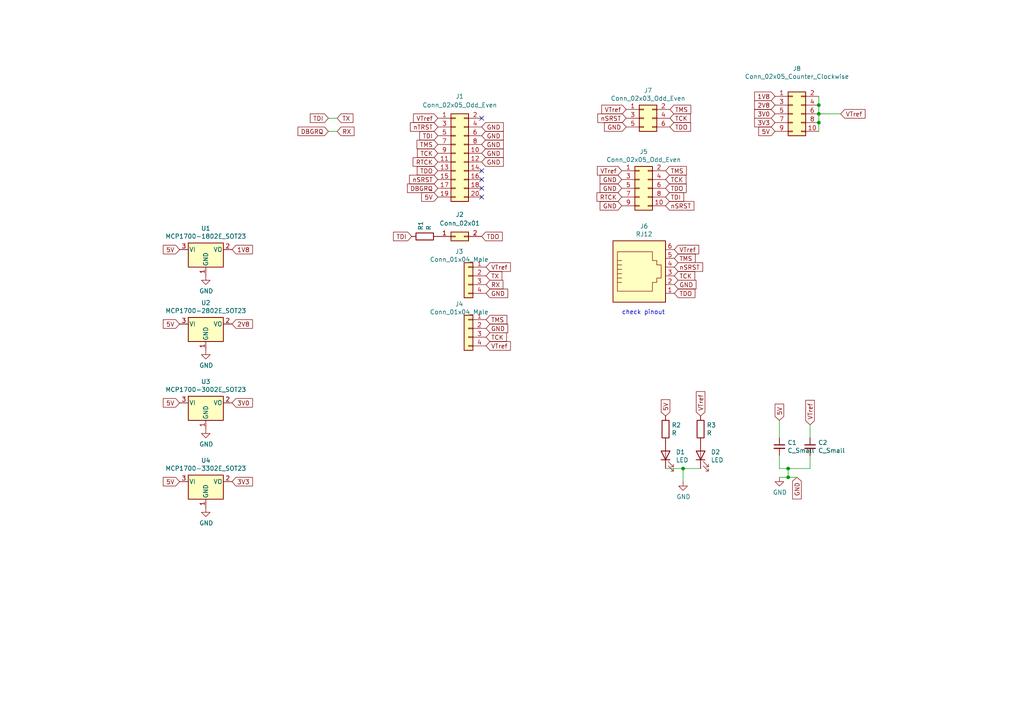
<source format=kicad_sch>
(kicad_sch (version 20211123) (generator eeschema)
  (paper "A4")
  (lib_symbols
    (symbol "Connector:RJ12" (pin_names (offset 1.016))
      (property "Reference" "J" (at -5.08 11.43 0))
      (property "Value" "RJ12" (at 2.54 11.43 0))
      (symbol "RJ12_0_1"
        (polyline (pts (xy -6.35 -1.905) (xy -5.08 -1.905) (xy -5.08 -1.905)))
        (polyline (pts (xy -6.35 -0.635) (xy -5.08 -0.635) (xy -5.08 -0.635)))
        (polyline (pts (xy -6.35 0.635) (xy -5.08 0.635) (xy -5.08 0.635)))
        (polyline (pts (xy -6.35 1.905) (xy -5.08 1.905) (xy -5.08 1.905)))
        (polyline (pts (xy -6.35 3.175) (xy -5.08 3.175) (xy -5.08 3.175)))
        (polyline (pts (xy -5.08 4.445) (xy -6.35 4.445) (xy -6.35 4.445)))
        (polyline (pts (xy -6.35 -4.445) (xy -6.35 6.985) (xy 3.81 6.985) (xy 3.81 4.445) (xy 5.08 4.445) (xy 5.08 3.175) (xy 6.35 3.175) (xy 6.35 -0.635) (xy 5.08 -0.635) (xy 5.08 -1.905) (xy 3.81 -1.905) (xy 3.81 -4.445) (xy -6.35 -4.445) (xy -6.35 -4.445)))
        (rectangle (start 7.62 10.16) (end -7.62 -7.62) (stroke (width 0.254)) (fill (type background)))
      )
      (symbol "RJ12_1_1"
        (pin passive line (at 10.16 -5.08 180) (length 2.54) (name "~") (number "1"))
        (pin passive line (at 10.16 -2.54 180) (length 2.54) (name "~") (number "2"))
        (pin passive line (at 10.16 0 180) (length 2.54) (name "~") (number "3"))
        (pin passive line (at 10.16 2.54 180) (length 2.54) (name "~") (number "4"))
        (pin passive line (at 10.16 5.08 180) (length 2.54) (name "~") (number "5"))
        (pin passive line (at 10.16 7.62 180) (length 2.54) (name "~") (number "6"))
      )
    )
    (symbol "Connector_Generic:Conn_01x04" (pin_names (offset 1.016) hide)
      (property "Reference" "J" (at 0 5.08 0))
      (property "Value" "Conn_01x04" (at 0 -7.62 0))
      (symbol "Conn_01x04_1_1"
        (rectangle (start -1.27 -4.953) (end 0 -5.207) (stroke (width 0.1524)))
        (rectangle (start -1.27 -2.413) (end 0 -2.667) (stroke (width 0.1524)))
        (rectangle (start -1.27 0.127) (end 0 -0.127) (stroke (width 0.1524)))
        (rectangle (start -1.27 2.667) (end 0 2.413) (stroke (width 0.1524)))
        (rectangle (start -1.27 3.81) (end 1.27 -6.35) (stroke (width 0.254)) (fill (type background)))
        (pin passive line (at -5.08 2.54 0) (length 3.81) (name "Pin_1") (number "1"))
        (pin passive line (at -5.08 0 0) (length 3.81) (name "Pin_2") (number "2"))
        (pin passive line (at -5.08 -2.54 0) (length 3.81) (name "Pin_3") (number "3"))
        (pin passive line (at -5.08 -5.08 0) (length 3.81) (name "Pin_4") (number "4"))
      )
    )
    (symbol "Connector_Generic:Conn_02x01" (pin_names (offset 1.016) hide)
      (property "Reference" "J" (at 1.27 2.54 0))
      (property "Value" "Conn_02x01" (at 1.27 -2.54 0))
      (symbol "Conn_02x01_1_1"
        (rectangle (start -1.27 0.127) (end 0 -0.127) (stroke (width 0.1524)))
        (rectangle (start -1.27 1.27) (end 3.81 -1.27) (stroke (width 0.254)) (fill (type background)))
        (rectangle (start 3.81 0.127) (end 2.54 -0.127) (stroke (width 0.1524)))
        (pin passive line (at -5.08 0 0) (length 3.81) (name "Pin_1") (number "1"))
        (pin passive line (at 7.62 0 180) (length 3.81) (name "Pin_2") (number "2"))
      )
    )
    (symbol "Connector_Generic:Conn_02x03_Odd_Even" (pin_names (offset 1.016) hide)
      (property "Reference" "J" (at 1.27 5.08 0))
      (property "Value" "Conn_02x03_Odd_Even" (at 1.27 -5.08 0))
      (symbol "Conn_02x03_Odd_Even_1_1"
        (rectangle (start -1.27 -2.413) (end 0 -2.667) (stroke (width 0.1524)))
        (rectangle (start -1.27 0.127) (end 0 -0.127) (stroke (width 0.1524)))
        (rectangle (start -1.27 2.667) (end 0 2.413) (stroke (width 0.1524)))
        (rectangle (start -1.27 3.81) (end 3.81 -3.81) (stroke (width 0.254)) (fill (type background)))
        (rectangle (start 3.81 -2.413) (end 2.54 -2.667) (stroke (width 0.1524)))
        (rectangle (start 3.81 0.127) (end 2.54 -0.127) (stroke (width 0.1524)))
        (rectangle (start 3.81 2.667) (end 2.54 2.413) (stroke (width 0.1524)))
        (pin passive line (at -5.08 2.54 0) (length 3.81) (name "Pin_1") (number "1"))
        (pin passive line (at 7.62 2.54 180) (length 3.81) (name "Pin_2") (number "2"))
        (pin passive line (at -5.08 0 0) (length 3.81) (name "Pin_3") (number "3"))
        (pin passive line (at 7.62 0 180) (length 3.81) (name "Pin_4") (number "4"))
        (pin passive line (at -5.08 -2.54 0) (length 3.81) (name "Pin_5") (number "5"))
        (pin passive line (at 7.62 -2.54 180) (length 3.81) (name "Pin_6") (number "6"))
      )
    )
    (symbol "Connector_Generic:Conn_02x05_Odd_Even" (pin_names (offset 1.016) hide)
      (property "Reference" "J" (at 1.27 7.62 0))
      (property "Value" "Conn_02x05_Odd_Even" (at 1.27 -7.62 0))
      (symbol "Conn_02x05_Odd_Even_1_1"
        (rectangle (start -1.27 -4.953) (end 0 -5.207) (stroke (width 0.1524)))
        (rectangle (start -1.27 -2.413) (end 0 -2.667) (stroke (width 0.1524)))
        (rectangle (start -1.27 0.127) (end 0 -0.127) (stroke (width 0.1524)))
        (rectangle (start -1.27 2.667) (end 0 2.413) (stroke (width 0.1524)))
        (rectangle (start -1.27 5.207) (end 0 4.953) (stroke (width 0.1524)))
        (rectangle (start -1.27 6.35) (end 3.81 -6.35) (stroke (width 0.254)) (fill (type background)))
        (rectangle (start 3.81 -4.953) (end 2.54 -5.207) (stroke (width 0.1524)))
        (rectangle (start 3.81 -2.413) (end 2.54 -2.667) (stroke (width 0.1524)))
        (rectangle (start 3.81 0.127) (end 2.54 -0.127) (stroke (width 0.1524)))
        (rectangle (start 3.81 2.667) (end 2.54 2.413) (stroke (width 0.1524)))
        (rectangle (start 3.81 5.207) (end 2.54 4.953) (stroke (width 0.1524)))
        (pin passive line (at -5.08 5.08 0) (length 3.81) (name "Pin_1") (number "1"))
        (pin passive line (at 7.62 -5.08 180) (length 3.81) (name "Pin_10") (number "10"))
        (pin passive line (at 7.62 5.08 180) (length 3.81) (name "Pin_2") (number "2"))
        (pin passive line (at -5.08 2.54 0) (length 3.81) (name "Pin_3") (number "3"))
        (pin passive line (at 7.62 2.54 180) (length 3.81) (name "Pin_4") (number "4"))
        (pin passive line (at -5.08 0 0) (length 3.81) (name "Pin_5") (number "5"))
        (pin passive line (at 7.62 0 180) (length 3.81) (name "Pin_6") (number "6"))
        (pin passive line (at -5.08 -2.54 0) (length 3.81) (name "Pin_7") (number "7"))
        (pin passive line (at 7.62 -2.54 180) (length 3.81) (name "Pin_8") (number "8"))
        (pin passive line (at -5.08 -5.08 0) (length 3.81) (name "Pin_9") (number "9"))
      )
    )
    (symbol "Connector_Generic:Conn_02x10_Odd_Even" (pin_names (offset 1.016) hide)
      (property "Reference" "J" (at 1.27 12.7 0))
      (property "Value" "Conn_02x10_Odd_Even" (at 1.27 -15.24 0))
      (symbol "Conn_02x10_Odd_Even_1_1"
        (rectangle (start -1.27 -12.573) (end 0 -12.827) (stroke (width 0.1524)))
        (rectangle (start -1.27 -10.033) (end 0 -10.287) (stroke (width 0.1524)))
        (rectangle (start -1.27 -7.493) (end 0 -7.747) (stroke (width 0.1524)))
        (rectangle (start -1.27 -4.953) (end 0 -5.207) (stroke (width 0.1524)))
        (rectangle (start -1.27 -2.413) (end 0 -2.667) (stroke (width 0.1524)))
        (rectangle (start -1.27 0.127) (end 0 -0.127) (stroke (width 0.1524)))
        (rectangle (start -1.27 2.667) (end 0 2.413) (stroke (width 0.1524)))
        (rectangle (start -1.27 5.207) (end 0 4.953) (stroke (width 0.1524)))
        (rectangle (start -1.27 7.747) (end 0 7.493) (stroke (width 0.1524)))
        (rectangle (start -1.27 10.287) (end 0 10.033) (stroke (width 0.1524)))
        (rectangle (start -1.27 11.43) (end 3.81 -13.97) (stroke (width 0.254)) (fill (type background)))
        (rectangle (start 3.81 -12.573) (end 2.54 -12.827) (stroke (width 0.1524)))
        (rectangle (start 3.81 -10.033) (end 2.54 -10.287) (stroke (width 0.1524)))
        (rectangle (start 3.81 -7.493) (end 2.54 -7.747) (stroke (width 0.1524)))
        (rectangle (start 3.81 -4.953) (end 2.54 -5.207) (stroke (width 0.1524)))
        (rectangle (start 3.81 -2.413) (end 2.54 -2.667) (stroke (width 0.1524)))
        (rectangle (start 3.81 0.127) (end 2.54 -0.127) (stroke (width 0.1524)))
        (rectangle (start 3.81 2.667) (end 2.54 2.413) (stroke (width 0.1524)))
        (rectangle (start 3.81 5.207) (end 2.54 4.953) (stroke (width 0.1524)))
        (rectangle (start 3.81 7.747) (end 2.54 7.493) (stroke (width 0.1524)))
        (rectangle (start 3.81 10.287) (end 2.54 10.033) (stroke (width 0.1524)))
        (pin passive line (at -5.08 10.16 0) (length 3.81) (name "Pin_1") (number "1"))
        (pin passive line (at 7.62 0 180) (length 3.81) (name "Pin_10") (number "10"))
        (pin passive line (at -5.08 -2.54 0) (length 3.81) (name "Pin_11") (number "11"))
        (pin passive line (at 7.62 -2.54 180) (length 3.81) (name "Pin_12") (number "12"))
        (pin passive line (at -5.08 -5.08 0) (length 3.81) (name "Pin_13") (number "13"))
        (pin passive line (at 7.62 -5.08 180) (length 3.81) (name "Pin_14") (number "14"))
        (pin passive line (at -5.08 -7.62 0) (length 3.81) (name "Pin_15") (number "15"))
        (pin passive line (at 7.62 -7.62 180) (length 3.81) (name "Pin_16") (number "16"))
        (pin passive line (at -5.08 -10.16 0) (length 3.81) (name "Pin_17") (number "17"))
        (pin passive line (at 7.62 -10.16 180) (length 3.81) (name "Pin_18") (number "18"))
        (pin passive line (at -5.08 -12.7 0) (length 3.81) (name "Pin_19") (number "19"))
        (pin passive line (at 7.62 10.16 180) (length 3.81) (name "Pin_2") (number "2"))
        (pin passive line (at 7.62 -12.7 180) (length 3.81) (name "Pin_20") (number "20"))
        (pin passive line (at -5.08 7.62 0) (length 3.81) (name "Pin_3") (number "3"))
        (pin passive line (at 7.62 7.62 180) (length 3.81) (name "Pin_4") (number "4"))
        (pin passive line (at -5.08 5.08 0) (length 3.81) (name "Pin_5") (number "5"))
        (pin passive line (at 7.62 5.08 180) (length 3.81) (name "Pin_6") (number "6"))
        (pin passive line (at -5.08 2.54 0) (length 3.81) (name "Pin_7") (number "7"))
        (pin passive line (at 7.62 2.54 180) (length 3.81) (name "Pin_8") (number "8"))
        (pin passive line (at -5.08 0 0) (length 3.81) (name "Pin_9") (number "9"))
      )
    )
    (symbol "Device:C_Small" (pin_numbers hide) (pin_names (offset 0.254) hide)
      (property "Reference" "C" (at 0.254 1.778 0))
      (property "Value" "C_Small" (at 0.254 -2.032 0))
      (symbol "C_Small_0_1"
        (polyline (pts (xy -1.524 -0.508) (xy 1.524 -0.508)) (stroke (width 0.3302)))
        (polyline (pts (xy -1.524 0.508) (xy 1.524 0.508)) (stroke (width 0.3048)))
      )
      (symbol "C_Small_1_1"
        (pin passive line (at 0 2.54 270) (length 2.032) (name "~") (number "1"))
        (pin passive line (at 0 -2.54 90) (length 2.032) (name "~") (number "2"))
      )
    )
    (symbol "Device:LED" (pin_numbers hide) (pin_names (offset 1.016) hide)
      (property "Reference" "D" (at 0 2.54 0))
      (property "Value" "LED" (at 0 -2.54 0))
      (symbol "LED_0_1"
        (polyline (pts (xy -1.27 -1.27) (xy -1.27 1.27)) (stroke (width 0.254)))
        (polyline (pts (xy -1.27 0) (xy 1.27 0)))
        (polyline (pts (xy 1.27 -1.27) (xy 1.27 1.27) (xy -1.27 0) (xy 1.27 -1.27)) (stroke (width 0.254)))
        (polyline (pts (xy -3.048 -0.762) (xy -4.572 -2.286) (xy -3.81 -2.286) (xy -4.572 -2.286) (xy -4.572 -1.524)))
        (polyline (pts (xy -1.778 -0.762) (xy -3.302 -2.286) (xy -2.54 -2.286) (xy -3.302 -2.286) (xy -3.302 -1.524)))
      )
      (symbol "LED_1_1"
        (pin passive line (at -3.81 0 0) (length 2.54) (name "K") (number "1"))
        (pin passive line (at 3.81 0 180) (length 2.54) (name "A") (number "2"))
      )
    )
    (symbol "Device:R" (pin_numbers hide) (pin_names (offset 0))
      (property "Reference" "R" (at 2.032 0 90))
      (property "Value" "R" (at 0 0 90))
      (symbol "R_0_1"
        (rectangle (start -1.016 -2.54) (end 1.016 2.54) (stroke (width 0.254)))
      )
      (symbol "R_1_1"
        (pin passive line (at 0 3.81 270) (length 1.27) (name "~") (number "1"))
        (pin passive line (at 0 -3.81 90) (length 1.27) (name "~") (number "2"))
      )
    )
    (symbol "Regulator_Linear:MCP1700-1802E_SOT23" (pin_names (offset 0.254))
      (property "Reference" "U" (at -3.81 3.175 0))
      (property "Value" "MCP1700-1802E_SOT23" (at 0 3.175 0))
      (symbol "MCP1700-1802E_SOT23_0_1"
        (rectangle (start -5.08 1.905) (end 5.08 -5.08) (stroke (width 0.254)) (fill (type background)))
      )
      (symbol "MCP1700-1802E_SOT23_1_1"
        (pin power_in line (at 0 -7.62 90) (length 2.54) (name "GND") (number "1"))
        (pin power_out line (at 7.62 0 180) (length 2.54) (name "VO") (number "2"))
        (pin power_in line (at -7.62 0 0) (length 2.54) (name "VI") (number "3"))
      )
    )
    (symbol "Regulator_Linear:MCP1700-2802E_SOT23" (pin_names (offset 0.254))
      (property "Reference" "U" (at -3.81 3.175 0))
      (property "Value" "MCP1700-2802E_SOT23" (at 0 3.175 0))
      (symbol "MCP1700-2802E_SOT23_0_1"
        (rectangle (start -5.08 1.905) (end 5.08 -5.08) (stroke (width 0.254)) (fill (type background)))
      )
      (symbol "MCP1700-2802E_SOT23_1_1"
        (pin power_in line (at 0 -7.62 90) (length 2.54) (name "GND") (number "1"))
        (pin power_out line (at 7.62 0 180) (length 2.54) (name "VO") (number "2"))
        (pin power_in line (at -7.62 0 0) (length 2.54) (name "VI") (number "3"))
      )
    )
    (symbol "Regulator_Linear:MCP1700-3002E_SOT23" (pin_names (offset 0.254))
      (property "Reference" "U" (at -3.81 3.175 0))
      (property "Value" "MCP1700-3002E_SOT23" (at 0 3.175 0))
      (symbol "MCP1700-3002E_SOT23_0_1"
        (rectangle (start -5.08 1.905) (end 5.08 -5.08) (stroke (width 0.254)) (fill (type background)))
      )
      (symbol "MCP1700-3002E_SOT23_1_1"
        (pin power_in line (at 0 -7.62 90) (length 2.54) (name "GND") (number "1"))
        (pin power_out line (at 7.62 0 180) (length 2.54) (name "VO") (number "2"))
        (pin power_in line (at -7.62 0 0) (length 2.54) (name "VI") (number "3"))
      )
    )
    (symbol "Regulator_Linear:MCP1700-3302E_SOT23" (pin_names (offset 0.254))
      (property "Reference" "U" (at -3.81 3.175 0))
      (property "Value" "MCP1700-3302E_SOT23" (at 0 3.175 0))
      (symbol "MCP1700-3302E_SOT23_0_1"
        (rectangle (start -5.08 1.905) (end 5.08 -5.08) (stroke (width 0.254)) (fill (type background)))
      )
      (symbol "MCP1700-3302E_SOT23_1_1"
        (pin power_in line (at 0 -7.62 90) (length 2.54) (name "GND") (number "1"))
        (pin power_out line (at 7.62 0 180) (length 2.54) (name "VO") (number "2"))
        (pin power_in line (at -7.62 0 0) (length 2.54) (name "VI") (number "3"))
      )
    )
    (symbol "power:GND" (power) (pin_names (offset 0))
      (property "Value" "GND" (at 0 -3.81 0))
      (symbol "GND_0_1"
        (polyline (pts (xy 0 0) (xy 0 -1.27) (xy 1.27 -1.27) (xy 0 -2.54) (xy -1.27 -1.27) (xy 0 -1.27)))
      )
      (symbol "GND_1_1"
        (pin power_in line (at 0 0 270) (length 0) hide (name "GND") (number "1"))
      )
    )
  )
  (junction (at 237.49 30.48))
  (junction (at 228.6 135.89))
  (junction (at 237.49 35.56))
  (junction (at 237.49 33.02))
  (junction (at 228.6 138.43))
  (junction (at 198.12 135.89))
  (no_connect (at 139.7 34.29))
  (no_connect (at 139.7 54.61))
  (no_connect (at 139.7 49.53))
  (no_connect (at 139.7 57.15))
  (no_connect (at 139.7 52.07))
  (wire (pts (xy 234.95 123.19) (xy 234.95 127)))
  (wire (pts (xy 237.49 33.02) (xy 237.49 30.48)))
  (wire (pts (xy 237.49 35.56) (xy 237.49 33.02)))
  (wire (pts (xy 97.79 38.1) (xy 95.25 38.1)))
  (wire (pts (xy 228.6 138.43) (xy 228.6 135.89)))
  (wire (pts (xy 97.79 34.29) (xy 95.25 34.29)))
  (wire (pts (xy 226.06 135.89) (xy 228.6 135.89)))
  (wire (pts (xy 234.95 135.89) (xy 228.6 135.89)))
  (wire (pts (xy 226.06 127) (xy 226.06 121.92)))
  (wire (pts (xy 237.49 35.56) (xy 237.49 38.1)))
  (wire (pts (xy 231.14 138.43) (xy 228.6 138.43)))
  (wire (pts (xy 243.84 33.02) (xy 237.49 33.02)))
  (wire (pts (xy 226.06 132.08) (xy 226.06 135.89)))
  (wire (pts (xy 234.95 132.08) (xy 234.95 135.89)))
  (wire (pts (xy 198.12 135.89) (xy 203.2 135.89)))
  (wire (pts (xy 198.12 139.7) (xy 198.12 135.89)))
  (wire (pts (xy 193.04 135.89) (xy 198.12 135.89)))
  (wire (pts (xy 237.49 30.48) (xy 237.49 27.94)))
  (wire (pts (xy 228.6 138.43) (xy 226.06 138.43)))
  (text "check pinout" (at 180.34 91.44 0) (effects (font (size 1.27 1.27)) (justify left bottom)))
  (global_label "GND" (shape input) (at 139.7 39.37 0) (property "Intersheet-verwijzingen" "${INTERSHEET_REFS}" (effects hide)))
  (global_label "GND" (shape input) (at 180.34 59.69 180) (property "Intersheet-verwijzingen" "${INTERSHEET_REFS}" (effects hide)))
  (global_label "nSRST" (shape input) (at 195.58 77.47 0) (property "Intersheet-verwijzingen" "${INTERSHEET_REFS}" (effects hide)))
  (global_label "nSRST" (shape input) (at 127 52.07 180) (property "Intersheet-verwijzingen" "${INTERSHEET_REFS}" (effects hide)))
  (global_label "GND" (shape input) (at 139.7 44.45 0) (property "Intersheet-verwijzingen" "${INTERSHEET_REFS}" (effects hide)))
  (global_label "3V3" (shape input) (at 67.31 139.7 0) (property "Intersheet-verwijzingen" "${INTERSHEET_REFS}" (effects hide)))
  (global_label "TMS" (shape input) (at 193.04 49.53 0) (property "Intersheet-verwijzingen" "${INTERSHEET_REFS}" (effects hide)))
  (global_label "5V" (shape input) (at 226.06 121.92 90) (property "Intersheet-verwijzingen" "${INTERSHEET_REFS}" (effects hide)))
  (global_label "VTref" (shape input) (at 195.58 72.39 0) (property "Intersheet-verwijzingen" "${INTERSHEET_REFS}" (effects hide)))
  (global_label "TCK" (shape input) (at 140.97 97.79 0) (property "Intersheet-verwijzingen" "${INTERSHEET_REFS}" (effects hide)))
  (global_label "5V" (shape input) (at 224.79 38.1 180) (property "Intersheet-verwijzingen" "${INTERSHEET_REFS}" (effects hide)))
  (global_label "TDO" (shape input) (at 139.7 68.58 0) (property "Intersheet-verwijzingen" "${INTERSHEET_REFS}" (effects hide)))
  (global_label "TCK" (shape input) (at 195.58 80.01 0) (property "Intersheet-verwijzingen" "${INTERSHEET_REFS}" (effects hide)))
  (global_label "GND" (shape input) (at 195.58 82.55 0) (property "Intersheet-verwijzingen" "${INTERSHEET_REFS}" (effects hide)))
  (global_label "1V8" (shape input) (at 224.79 27.94 180) (property "Intersheet-verwijzingen" "${INTERSHEET_REFS}" (effects hide)))
  (global_label "TMS" (shape input) (at 140.97 92.71 0) (property "Intersheet-verwijzingen" "${INTERSHEET_REFS}" (effects hide)))
  (global_label "GND" (shape input) (at 180.34 52.07 180) (property "Intersheet-verwijzingen" "${INTERSHEET_REFS}" (effects hide)))
  (global_label "VTref" (shape input) (at 140.97 100.33 0) (property "Intersheet-verwijzingen" "${INTERSHEET_REFS}" (effects hide)))
  (global_label "3V0" (shape input) (at 224.79 33.02 180) (property "Intersheet-verwijzingen" "${INTERSHEET_REFS}" (effects hide)))
  (global_label "nSRST" (shape input) (at 193.04 59.69 0) (property "Intersheet-verwijzingen" "${INTERSHEET_REFS}" (effects hide)))
  (global_label "TDO" (shape input) (at 195.58 85.09 0) (property "Intersheet-verwijzingen" "${INTERSHEET_REFS}" (effects hide)))
  (global_label "5V" (shape input) (at 52.07 116.84 180) (property "Intersheet-verwijzingen" "${INTERSHEET_REFS}" (effects hide)))
  (global_label "2V8" (shape input) (at 224.79 30.48 180) (property "Intersheet-verwijzingen" "${INTERSHEET_REFS}" (effects hide)))
  (global_label "TDI" (shape input) (at 127 39.37 180) (property "Intersheet-verwijzingen" "${INTERSHEET_REFS}" (effects hide)))
  (global_label "5V" (shape input) (at 52.07 93.98 180) (property "Intersheet-verwijzingen" "${INTERSHEET_REFS}" (effects hide)))
  (global_label "nTRST" (shape input) (at 127 36.83 180) (property "Intersheet-verwijzingen" "${INTERSHEET_REFS}" (effects hide)))
  (global_label "GND" (shape input) (at 139.7 46.99 0) (property "Intersheet-verwijzingen" "${INTERSHEET_REFS}" (effects hide)))
  (global_label "RTCK" (shape input) (at 127 46.99 180) (property "Intersheet-verwijzingen" "${INTERSHEET_REFS}" (effects hide)))
  (global_label "RTCK" (shape input) (at 180.34 57.15 180) (property "Intersheet-verwijzingen" "${INTERSHEET_REFS}" (effects hide)))
  (global_label "TX" (shape input) (at 97.79 34.29 0) (property "Intersheet-verwijzingen" "${INTERSHEET_REFS}" (effects hide)))
  (global_label "1V8" (shape input) (at 67.31 72.39 0) (property "Intersheet-verwijzingen" "${INTERSHEET_REFS}" (effects hide)))
  (global_label "GND" (shape input) (at 140.97 85.09 0) (property "Intersheet-verwijzingen" "${INTERSHEET_REFS}" (effects hide)))
  (global_label "TDO" (shape input) (at 194.31 36.83 0) (property "Intersheet-verwijzingen" "${INTERSHEET_REFS}" (effects hide)))
  (global_label "5V" (shape input) (at 193.04 120.65 90) (property "Intersheet-verwijzingen" "${INTERSHEET_REFS}" (effects hide)))
  (global_label "GND" (shape input) (at 139.7 41.91 0) (property "Intersheet-verwijzingen" "${INTERSHEET_REFS}" (effects hide)))
  (global_label "GND" (shape input) (at 140.97 95.25 0) (property "Intersheet-verwijzingen" "${INTERSHEET_REFS}" (effects hide)))
  (global_label "VTref" (shape input) (at 234.95 123.19 90) (property "Intersheet-verwijzingen" "${INTERSHEET_REFS}" (effects hide)))
  (global_label "nSRST" (shape input) (at 181.61 34.29 180) (property "Intersheet-verwijzingen" "${INTERSHEET_REFS}" (effects hide)))
  (global_label "5V" (shape input) (at 52.07 72.39 180) (property "Intersheet-verwijzingen" "${INTERSHEET_REFS}" (effects hide)))
  (global_label "GND" (shape input) (at 181.61 36.83 180) (property "Intersheet-verwijzingen" "${INTERSHEET_REFS}" (effects hide)))
  (global_label "VTref" (shape input) (at 203.2 120.65 90) (property "Intersheet-verwijzingen" "${INTERSHEET_REFS}" (effects hide)))
  (global_label "TDO" (shape input) (at 127 49.53 180) (property "Intersheet-verwijzingen" "${INTERSHEET_REFS}" (effects hide)))
  (global_label "GND" (shape input) (at 231.14 138.43 270) (property "Intersheet-verwijzingen" "${INTERSHEET_REFS}" (effects hide)))
  (global_label "GND" (shape input) (at 180.34 54.61 180) (property "Intersheet-verwijzingen" "${INTERSHEET_REFS}" (effects hide)))
  (global_label "TCK" (shape input) (at 193.04 52.07 0) (property "Intersheet-verwijzingen" "${INTERSHEET_REFS}" (effects hide)))
  (global_label "TMS" (shape input) (at 195.58 74.93 0) (property "Intersheet-verwijzingen" "${INTERSHEET_REFS}" (effects hide)))
  (global_label "GND" (shape input) (at 139.7 36.83 0) (property "Intersheet-verwijzingen" "${INTERSHEET_REFS}" (effects hide)))
  (global_label "RX" (shape input) (at 140.97 82.55 0) (property "Intersheet-verwijzingen" "${INTERSHEET_REFS}" (effects hide)))
  (global_label "TMS" (shape input) (at 127 41.91 180) (property "Intersheet-verwijzingen" "${INTERSHEET_REFS}" (effects hide)))
  (global_label "TDI" (shape input) (at 119.38 68.58 180) (property "Intersheet-verwijzingen" "${INTERSHEET_REFS}" (effects hide)))
  (global_label "2V8" (shape input) (at 67.31 93.98 0) (property "Intersheet-verwijzingen" "${INTERSHEET_REFS}" (effects hide)))
  (global_label "VTref" (shape input) (at 181.61 31.75 180) (property "Intersheet-verwijzingen" "${INTERSHEET_REFS}" (effects hide)))
  (global_label "5V" (shape input) (at 127 57.15 180) (property "Intersheet-verwijzingen" "${INTERSHEET_REFS}" (effects hide)))
  (global_label "VTref" (shape input) (at 127 34.29 180) (property "Intersheet-verwijzingen" "${INTERSHEET_REFS}" (effects hide)))
  (global_label "RX" (shape input) (at 97.79 38.1 0) (property "Intersheet-verwijzingen" "${INTERSHEET_REFS}" (effects hide)))
  (global_label "TMS" (shape input) (at 194.31 31.75 0) (property "Intersheet-verwijzingen" "${INTERSHEET_REFS}" (effects hide)))
  (global_label "TDI" (shape input) (at 95.25 34.29 180) (property "Intersheet-verwijzingen" "${INTERSHEET_REFS}" (effects hide)))
  (global_label "TDI" (shape input) (at 193.04 57.15 0) (property "Intersheet-verwijzingen" "${INTERSHEET_REFS}" (effects hide)))
  (global_label "TX" (shape input) (at 140.97 80.01 0) (property "Intersheet-verwijzingen" "${INTERSHEET_REFS}" (effects hide)))
  (global_label "VTref" (shape input) (at 180.34 49.53 180) (property "Intersheet-verwijzingen" "${INTERSHEET_REFS}" (effects hide)))
  (global_label "3V3" (shape input) (at 224.79 35.56 180) (property "Intersheet-verwijzingen" "${INTERSHEET_REFS}" (effects hide)))
  (global_label "5V" (shape input) (at 52.07 139.7 180) (property "Intersheet-verwijzingen" "${INTERSHEET_REFS}" (effects hide)))
  (global_label "VTref" (shape input) (at 140.97 77.47 0) (property "Intersheet-verwijzingen" "${INTERSHEET_REFS}" (effects hide)))
  (global_label "TCK" (shape input) (at 127 44.45 180) (property "Intersheet-verwijzingen" "${INTERSHEET_REFS}" (effects hide)))
  (global_label "TCK" (shape input) (at 194.31 34.29 0) (property "Intersheet-verwijzingen" "${INTERSHEET_REFS}" (effects hide)))
  (global_label "DBGRQ" (shape input) (at 127 54.61 180) (property "Intersheet-verwijzingen" "${INTERSHEET_REFS}" (effects hide)))
  (global_label "DBGRQ" (shape input) (at 95.25 38.1 180) (property "Intersheet-verwijzingen" "${INTERSHEET_REFS}" (effects hide)))
  (global_label "VTref" (shape input) (at 243.84 33.02 0) (property "Intersheet-verwijzingen" "${INTERSHEET_REFS}" (effects hide)))
  (global_label "3V0" (shape input) (at 67.31 116.84 0) (property "Intersheet-verwijzingen" "${INTERSHEET_REFS}" (effects hide)))
  (global_label "TDO" (shape input) (at 193.04 54.61 0) (property "Intersheet-verwijzingen" "${INTERSHEET_REFS}" (effects hide)))
  (symbol (lib_id "Connector_Generic:Conn_02x05_Odd_Even") (at 229.87 33.02 0) (unit 1)
    (property "Reference" "J8" (at 231.14 19.8882 0))
    (property "Value" "Conn_02x05_Counter_Clockwise" (at 231.14 22.1996 0))
    (property "Footprint" "Connector_PinHeader_2.54mm:PinHeader_2x05_P2.54mm_Vertical" (effects hide))
  )
  (symbol (lib_id "power:GND") (at 226.06 138.43 0) (unit 1)
    (property "Reference" "#PWR06" (effects hide))
    (property "Value" "GND" (at 226.187 142.8242 0))
  )
  (symbol (lib_id "Connector:RJ12") (at 185.42 80.01 0) (unit 1)
    (property "Reference" "J6" (at 186.817 65.6082 0))
    (property "Value" "RJ12" (at 186.817 67.9196 0))
    (property "Footprint" "AvS_Connector:RJ11" (effects hide))
  )
  (symbol (lib_id "Device:C_Small") (at 234.95 129.54 0) (unit 1)
    (property "Reference" "C2" (at 237.2868 128.3716 0) (effects (justify left)))
    (property "Value" "C_Small" (at 237.2868 130.683 0) (effects (justify left)))
    (property "Footprint" "Capacitor_SMD:C_0805_2012Metric_Pad1.18x1.45mm_HandSolder" (effects hide))
  )
  (symbol (lib_id "Device:C_Small") (at 226.06 129.54 0) (unit 1)
    (property "Reference" "C1" (at 228.3968 128.3716 0) (effects (justify left)))
    (property "Value" "C_Small" (at 228.3968 130.683 0) (effects (justify left)))
    (property "Footprint" "Capacitor_SMD:C_0805_2012Metric_Pad1.18x1.45mm_HandSolder" (effects hide))
  )
  (symbol (lib_id "Connector_Generic:Conn_01x04") (at 135.89 80.01 0) (mirror y) (unit 1)
    (property "Reference" "J3" (at 133.1976 72.9488 0))
    (property "Value" "Conn_01x04_Male" (at 133.1976 75.2602 0))
    (property "Footprint" "Connector_PinHeader_2.54mm:PinHeader_1x04_P2.54mm_Vertical" (effects hide))
  )
  (symbol (lib_id "Device:LED") (at 193.04 132.08 90) (unit 1)
    (property "Reference" "D1" (at 196.0118 131.1148 90) (effects (justify right)))
    (property "Value" "LED" (at 196.0118 133.4262 90) (effects (justify right)))
    (property "Footprint" "LED_SMD:LED_0805_2012Metric_Pad1.15x1.40mm_HandSolder" (effects hide))
  )
  (symbol (lib_id "Device:LED") (at 203.2 132.08 90) (unit 1)
    (property "Reference" "D2" (at 206.1718 131.1148 90) (effects (justify right)))
    (property "Value" "LED" (at 206.1718 133.4262 90) (effects (justify right)))
    (property "Footprint" "LED_SMD:LED_0805_2012Metric_Pad1.15x1.40mm_HandSolder" (effects hide))
  )
  (symbol (lib_id "power:GND") (at 198.12 139.7 0) (unit 1)
    (property "Reference" "#PWR05" (effects hide))
    (property "Value" "GND" (at 198.247 144.0942 0))
  )
  (symbol (lib_id "Device:R") (at 193.04 124.46 0) (unit 1)
    (property "Reference" "R2" (at 194.818 123.2916 0) (effects (justify left)))
    (property "Value" "R" (at 194.818 125.603 0) (effects (justify left)))
    (property "Footprint" "Resistor_SMD:R_0805_2012Metric_Pad1.20x1.40mm_HandSolder" (effects hide))
  )
  (symbol (lib_id "Device:R") (at 203.2 124.46 0) (unit 1)
    (property "Reference" "R3" (at 204.978 123.2916 0) (effects (justify left)))
    (property "Value" "R" (at 204.978 125.603 0) (effects (justify left)))
    (property "Footprint" "Resistor_SMD:R_0805_2012Metric_Pad1.20x1.40mm_HandSolder" (effects hide))
  )
  (symbol (lib_id "Connector_Generic:Conn_01x04") (at 135.89 95.25 0) (mirror y) (unit 1)
    (property "Reference" "J4" (at 133.1976 88.1888 0))
    (property "Value" "Conn_01x04_Male" (at 133.1976 90.5002 0))
    (property "Footprint" "Connector_PinHeader_2.54mm:PinHeader_1x04_P2.54mm_Vertical" (effects hide))
  )
  (symbol (lib_id "Connector_Generic:Conn_02x03_Odd_Even") (at 186.69 34.29 0) (unit 1)
    (property "Reference" "J7" (at 187.96 26.2382 0))
    (property "Value" "Conn_02x03_Odd_Even" (at 187.96 28.5496 0))
    (property "Footprint" "Connector_PinHeader_2.54mm:PinHeader_2x03_P2.54mm_Vertical" (effects hide))
  )
  (symbol (lib_id "Connector_Generic:Conn_02x10_Odd_Even") (at 132.08 44.45 0) (unit 1)
    (property "Reference" "J1" (at 133.35 27.94 0))
    (property "Value" "Conn_02x05_Odd_Even" (at 133.35 30.48 0))
    (property "Footprint" "Connector_PinSocket_2.54mm:PinSocket_2x10_P2.54mm_Horizontal" (effects hide))
  )
  (symbol (lib_id "Connector_Generic:Conn_02x05_Odd_Even") (at 185.42 54.61 0) (unit 1)
    (property "Reference" "J5" (at 186.69 44.0182 0))
    (property "Value" "Conn_02x05_Odd_Even" (at 186.69 46.3296 0))
    (property "Footprint" "Connector_PinHeader_1.27mm:PinHeader_2x05_P1.27mm_Vertical" (effects hide))
  )
  (symbol (lib_id "Regulator_Linear:MCP1700-1802E_SOT23") (at 59.69 72.39 0) (unit 1)
    (property "Reference" "U1" (at 59.69 66.2432 0))
    (property "Value" "MCP1700-1802E_SOT23" (at 59.69 68.5546 0))
    (property "Footprint" "Package_TO_SOT_SMD:SOT-23" (effects hide))
    (property "Datasheet" "http://ww1.microchip.com/downloads/en/DeviceDoc/20001826C.pdf" (effects hide))
  )
  (symbol (lib_id "Regulator_Linear:MCP1700-2802E_SOT23") (at 59.69 93.98 0) (unit 1)
    (property "Reference" "U2" (at 59.69 87.8332 0))
    (property "Value" "MCP1700-2802E_SOT23" (at 59.69 90.1446 0))
    (property "Footprint" "Package_TO_SOT_SMD:SOT-23" (effects hide))
    (property "Datasheet" "http://ww1.microchip.com/downloads/en/DeviceDoc/20001826C.pdf" (effects hide))
  )
  (symbol (lib_id "Regulator_Linear:MCP1700-3002E_SOT23") (at 59.69 116.84 0) (unit 1)
    (property "Reference" "U3" (at 59.69 110.6932 0))
    (property "Value" "MCP1700-3002E_SOT23" (at 59.69 113.0046 0))
    (property "Footprint" "Package_TO_SOT_SMD:SOT-23" (effects hide))
    (property "Datasheet" "http://ww1.microchip.com/downloads/en/DeviceDoc/20001826C.pdf" (effects hide))
  )
  (symbol (lib_id "Regulator_Linear:MCP1700-3302E_SOT23") (at 59.69 139.7 0) (unit 1)
    (property "Reference" "U4" (at 59.69 133.5532 0))
    (property "Value" "MCP1700-3302E_SOT23" (at 59.69 135.8646 0))
    (property "Footprint" "Package_TO_SOT_SMD:SOT-23" (effects hide))
    (property "Datasheet" "http://ww1.microchip.com/downloads/en/DeviceDoc/20001826C.pdf" (effects hide))
  )
  (symbol (lib_id "power:GND") (at 59.69 101.6 0) (unit 1)
    (property "Reference" "#PWR02" (effects hide))
    (property "Value" "GND" (at 59.817 105.9942 0))
  )
  (symbol (lib_id "power:GND") (at 59.69 147.32 0) (unit 1)
    (property "Reference" "#PWR04" (effects hide))
    (property "Value" "GND" (at 59.817 151.7142 0))
  )
  (symbol (lib_id "power:GND") (at 59.69 80.01 0) (unit 1)
    (property "Reference" "#PWR01" (effects hide))
    (property "Value" "GND" (at 59.817 84.4042 0))
  )
  (symbol (lib_id "power:GND") (at 59.69 124.46 0) (unit 1)
    (property "Reference" "#PWR03" (effects hide))
    (property "Value" "GND" (at 59.817 128.8542 0))
  )
  (symbol (lib_id "Connector_Generic:Conn_02x01") (at 132.08 68.58 0) (unit 1)
    (property "Reference" "J2" (at 133.35 62.23 0))
    (property "Value" "Conn_02x01" (at 133.35 64.77 0))
    (property "Footprint" "Connector_PinHeader_2.54mm:PinHeader_1x02_P2.54mm_Vertical" (effects hide))
  )
  (symbol (lib_id "Device:R") (at 123.19 68.58 90) (unit 1)
    (property "Reference" "R1" (at 122.0216 66.802 0) (effects (justify left)))
    (property "Value" "R" (at 124.333 66.802 0) (effects (justify left)))
    (property "Footprint" "Resistor_SMD:R_0805_2012Metric_Pad1.20x1.40mm_HandSolder" (effects hide))
  )
)
</source>
